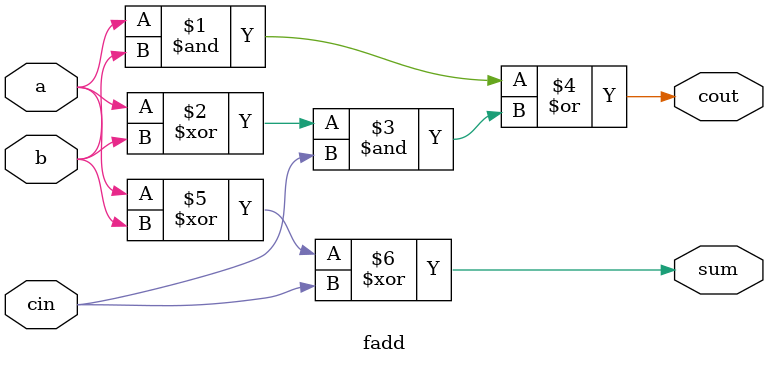
<source format=v>
module top_module( 
    input [2:0] a, b,
    input cin,
    output [2:0] cout,
    output [2:0] sum );
	
    
    fadd fadd1 (a[0],b[0],cin,cout[0],sum[0]);
    fadd fadd2 (a[1],b[1],cout[0],cout[1],sum[1]);
    fadd fadd3 (a[2],b[2],cout[1],cout[2],sum[2]);
    
endmodule

module fadd( 
    input a, b, cin,
    output cout, sum );
	
    assign cout = a&b | (a^b) & cin;
    assign sum = a^b^cin;
    
endmodule

</source>
